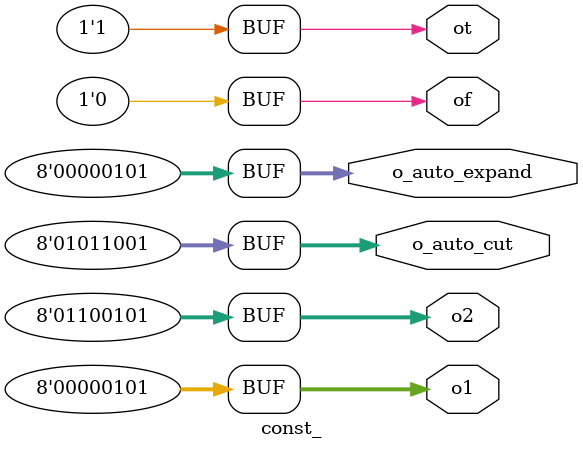
<source format=v>
module const_ (
    output reg ot,
    output reg of,
    output reg [7:0] o1,
    output reg [7:0] o2,
    output reg [7:0] o_auto_expand,
    output reg [7:0] o_auto_cut
);
    always @(*) begin
        ot            = 1;
        of            = 0;
        o1            = 3'b101;
        o2            = 8'd101;
        o_auto_expand = 5;
        o_auto_cut    = 345;    // 345 % 256 = 89
    end
endmodule

</source>
